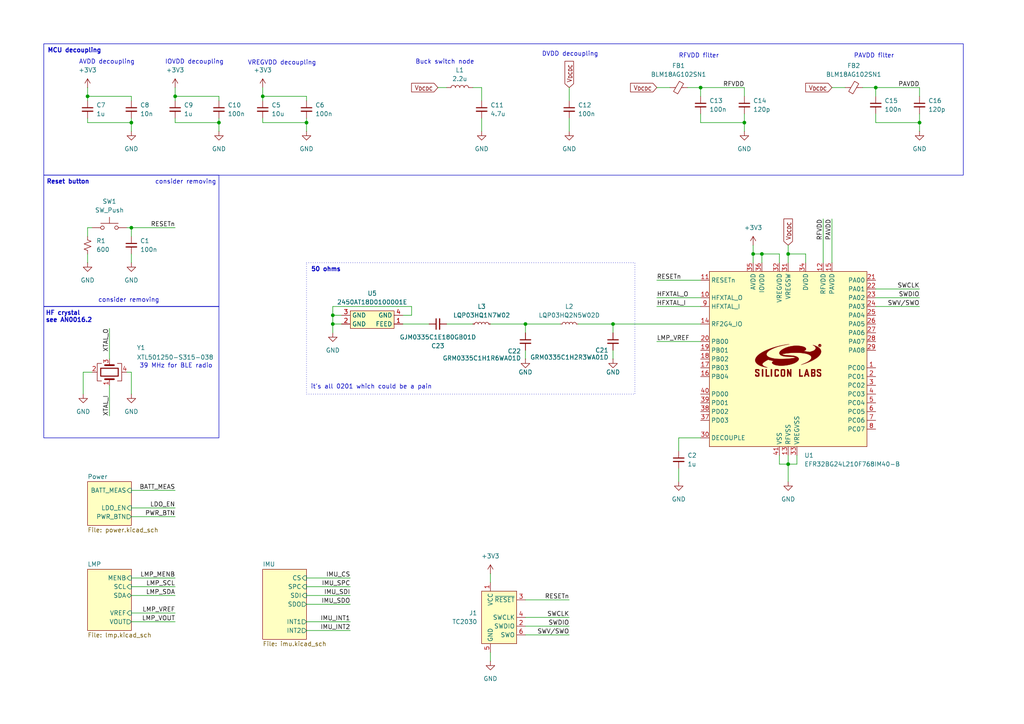
<source format=kicad_sch>
(kicad_sch (version 20250114) (generator "eeschema") (generator_version "9.0")
  (paper "A4")
  (lib_symbols
    (symbol "Connector:Conn_ARM_SWD_TagConnect_TC2030" (in_bom no)
      (property "Reference" "J" (at 2.54 11.43 0))
      (property "Value" "Conn_ARM_SWD_TagConnect_TC2030" (at 5.08 8.89 0))
      (symbol "Conn_ARM_SWD_TagConnect_TC2030_0_0"
        (pin power_in line (at -2.54 10.16 270) (length 2.54) (name "VCC") (number "1"))
        (pin power_in line (at -2.54 -10.16 90) (length 2.54) (name "GND") (number "5"))
        (pin open_collector line (at 7.62 5.08 180) (length 2.54) (name "~{RESET}") (number "3"))
        (pin output line (at 7.62 0 180) (length 2.54) (name "SWCLK") (number "4"))
        (pin bidirectional line (at 7.62 -2.54 180) (length 2.54) (name "SWDIO") (number "2"))
        (pin input line (at 7.62 -5.08 180) (length 2.54) (name "SWO") (number "6"))
      )
    )
    (symbol "Device:C_Small" (pin_numbers (hide yes)) (pin_names (offset 0.254) (hide yes))
      (property "Reference" "C" (at 0.254 1.778 0))
      (property "Value" "C_Small" (at 0.254 -2.032 0))
      (symbol "C_Small_1_1"
        (pin passive line (at 0 2.54 270) (length 2.032) (name "~") (number "1"))
        (pin passive line (at 0 -2.54 90) (length 2.032) (name "~") (number "2"))
      )
    )
    (symbol "Device:Crystal_GND24" (pin_names (offset 1.016) (hide yes))
      (property "Reference" "Y" (at 3.175 5.08 0))
      (property "Value" "Crystal_GND24" (at 3.175 3.175 0))
      (symbol "Crystal_GND24_1_1"
        (pin passive line (at -3.81 0 0) (length 1.27) (name "1") (number "1"))
        (pin passive line (at 0 5.08 270) (length 1.27) (name "2") (number "2"))
        (pin passive line (at 0 -5.08 90) (length 1.27) (name "4") (number "4"))
        (pin passive line (at 3.81 0 180) (length 1.27) (name "3") (number "3"))
      )
    )
    (symbol "Device:FerriteBead_Small" (pin_numbers (hide yes)) (pin_names (offset 0))
      (property "Reference" "FB" (at 1.905 1.27 0))
      (property "Value" "FerriteBead_Small" (at 1.905 -1.27 0))
      (symbol "FerriteBead_Small_1_1"
        (pin passive line (at 0 2.54 270) (length 1.27) (name "~") (number "1"))
        (pin passive line (at 0 -2.54 90) (length 1.27) (name "~") (number "2"))
      )
    )
    (symbol "Device:L" (pin_numbers (hide yes)) (pin_names (offset 1.016) (hide yes))
      (property "Reference" "L" (at -1.27 0 90))
      (property "Value" "L" (at 1.905 0 90))
      (symbol "L_1_1"
        (pin passive line (at 0 3.81 270) (length 1.27) (name "1") (number "1"))
        (pin passive line (at 0 -3.81 90) (length 1.27) (name "2") (number "2"))
      )
    )
    (symbol "Device:L_Small" (pin_numbers (hide yes)) (pin_names (offset 0.254) (hide yes))
      (property "Reference" "L" (at 0.762 1.016 0))
      (property "Value" "L_Small" (at 0.762 -1.016 0))
      (symbol "L_Small_1_1"
        (pin passive line (at 0 2.54 270) (length 0.508) (name "~") (number "1"))
        (pin passive line (at 0 -2.54 90) (length 0.508) (name "~") (number "2"))
      )
    )
    (symbol "Device:R_Small_US" (pin_numbers (hide yes)) (pin_names (offset 0.254) (hide yes))
      (property "Reference" "R" (at 0.762 0.508 0))
      (property "Value" "R_Small_US" (at 0.762 -1.016 0))
      (symbol "R_Small_US_1_1"
        (pin passive line (at 0 2.54 270) (length 1.016) (name "~") (number "1"))
        (pin passive line (at 0 -2.54 90) (length 1.016) (name "~") (number "2"))
      )
    )
    (symbol "RF_Antenna_Johanson:Johanson_2450AT18D0100001E"
      (property "Reference" "U" (at 0 3.81 0))
      (property "Value" "2450AT18D0100001E" (at 0 1.27 0))
      (symbol "Johanson_2450AT18D0100001E_0_0"
        (pin unspecified line (at 8.89 -1.27 180) (length 2.54) (name "GND") (number "3"))
        (pin unspecified line (at 8.89 -3.81 180) (length 2.54) (name "GND") (number "2"))
      )
      (symbol "Johanson_2450AT18D0100001E_1_0"
        (pin unspecified line (at -8.89 -1.27 0) (length 2.54) (name "GND") (number "4"))
        (pin unspecified line (at -8.89 -3.81 0) (length 2.54) (name "FEED") (number "1"))
      )
    )
    (symbol "SiliconLabs:EFR32BG24L210F768IM40-B"
      (property "Reference" "U" (at -22.86 3.81 0))
      (property "Value" "EFR32BG24L210F768IM40-B" (at -22.86 1.27 0))
      (symbol "EFR32BG24L210F768IM40-B_0_0"
        (pin input line (at -25.4 -2.54 0) (length 2.54) (name "RESETn") (number "11"))
        (pin output line (at -25.4 -7.62 0) (length 2.54) (name "HFXTAL_O") (number "10"))
        (pin input line (at -25.4 -10.16 0) (length 2.54) (name "HFXTAL_I") (number "9"))
        (pin output line (at -25.4 -15.24 0) (length 2.54) (name "RF2G4_IO") (number "14"))
        (pin unspecified line (at -25.4 -20.32 0) (length 2.54) (name "PB00") (number "20"))
        (pin unspecified line (at -25.4 -22.86 0) (length 2.54) (name "PB01") (number "19"))
        (pin unspecified line (at -25.4 -25.4 0) (length 2.54) (name "PB02") (number "18"))
        (pin unspecified line (at -25.4 -27.94 0) (length 2.54) (name "PB03") (number "17"))
        (pin unspecified line (at -25.4 -30.48 0) (length 2.54) (name "PB04") (number "16"))
        (pin unspecified line (at -25.4 -35.56 0) (length 2.54) (name "PD00") (number "40"))
        (pin unspecified line (at -25.4 -38.1 0) (length 2.54) (name "PD01") (number "39"))
        (pin unspecified line (at -25.4 -40.64 0) (length 2.54) (name "PD02") (number "38"))
        (pin unspecified line (at -25.4 -43.18 0) (length 2.54) (name "PD03") (number "37"))
        (pin power_in line (at -25.4 -48.26 0) (length 2.54) (name "DECOUPLE") (number "30"))
        (pin power_in line (at -10.16 2.54 270) (length 2.54) (name "AVDD") (number "35"))
        (pin power_in line (at -7.62 2.54 270) (length 2.54) (name "IOVDD") (number "36"))
        (pin power_in line (at -2.54 2.54 270) (length 2.54) (name "VREGVDD") (number "32"))
        (pin power_in line (at -2.54 -53.34 90) (length 2.54) (name "VSS") (number "41"))
        (pin power_in line (at 0 2.54 270) (length 2.54) (name "VREGSW") (number "31"))
        (pin power_in line (at 0 -53.34 90) (length 2.54) (name "RFVSS") (number "13"))
        (pin power_in line (at 2.54 -53.34 90) (length 2.54) (name "VREGVSS") (number "33"))
        (pin power_in line (at 5.08 2.54 270) (length 2.54) (name "DVDD") (number "34"))
        (pin power_in line (at 10.16 2.54 270) (length 2.54) (name "RFVDD") (number "12"))
        (pin input line (at 12.7 2.54 270) (length 2.54) (name "PAVDD") (number "15"))
        (pin unspecified line (at 25.4 -2.54 180) (length 2.54) (name "PA00") (number "21"))
        (pin unspecified line (at 25.4 -5.08 180) (length 2.54) (name "PA01") (number "22"))
        (pin unspecified line (at 25.4 -7.62 180) (length 2.54) (name "PA02") (number "23"))
        (pin unspecified line (at 25.4 -10.16 180) (length 2.54) (name "PA03") (number "24"))
        (pin unspecified line (at 25.4 -12.7 180) (length 2.54) (name "PA04") (number "25"))
        (pin unspecified line (at 25.4 -15.24 180) (length 2.54) (name "PA05") (number "26"))
        (pin unspecified line (at 25.4 -17.78 180) (length 2.54) (name "PA06") (number "27"))
        (pin unspecified line (at 25.4 -20.32 180) (length 2.54) (name "PA07") (number "28"))
        (pin unspecified line (at 25.4 -22.86 180) (length 2.54) (name "PA08") (number "29"))
        (pin unspecified line (at 25.4 -27.94 180) (length 2.54) (name "PC00") (number "1"))
        (pin unspecified line (at 25.4 -30.48 180) (length 2.54) (name "PC01") (number "2"))
        (pin unspecified line (at 25.4 -33.02 180) (length 2.54) (name "PC02") (number "3"))
        (pin unspecified line (at 25.4 -35.56 180) (length 2.54) (name "PC03") (number "4"))
        (pin unspecified line (at 25.4 -38.1 180) (length 2.54) (name "PC04") (number "5"))
        (pin unspecified line (at 25.4 -40.64 180) (length 2.54) (name "PC05") (number "6"))
        (pin unspecified line (at 25.4 -43.18 180) (length 2.54) (name "PC06") (number "7"))
        (pin unspecified line (at 25.4 -45.72 180) (length 2.54) (name "PC07") (number "8"))
      )
    )
    (symbol "Switch:SW_Push" (pin_numbers (hide yes)) (pin_names (offset 1.016) (hide yes))
      (property "Reference" "SW" (at 1.27 2.54 0))
      (property "Value" "SW_Push" (at 0 -1.524 0))
      (symbol "SW_Push_0_1"
        (pin passive line (at -5.08 0 0) (length 2.54) (name "1") (number "1"))
        (pin passive line (at 5.08 0 180) (length 2.54) (name "2") (number "2"))
      )
    )
    (symbol "power:+3V3" (power) (pin_numbers (hide yes)) (pin_names (offset 0) (hide yes))
      (property "Value" "+3V3" (at 0 3.556 0))
      (symbol "+3V3_1_1"
        (pin power_in line (at 0 0 90) (length 0) (name "~") (number "1"))
      )
    )
    (symbol "power:GND" (power) (pin_numbers (hide yes)) (pin_names (offset 0) (hide yes))
      (property "Value" "GND" (at 0 -3.81 0))
      (symbol "GND_1_1"
        (pin power_in line (at 0 0 270) (length 0) (name "~") (number "1"))
      )
    )
  )
  (rectangle (start 12.7 88.9) (end 63.5 127))
  (rectangle (start 12.7 50.8) (end 63.5 88.9))
  (rectangle (start 12.7 12.7) (end 279.4 50.8))
  (rectangle (start 88.9 76.2) (end 184.15 114.3) (stroke (width 0) (type dot)))
  (text "PAVDD filter" (at 253.492 16.256 0) (effects (font (size 1.27 1.27))))
  (text "it's all 0201 which could be a pain" (at 107.696 112.268 0) (effects (font (size 1.27 1.27))))
  (text "Buck switch node" (at 129.032 18.034 0) (effects (font (size 1.27 1.27))))
  (text "HF crystal\nsee AN0016.2" (at 13.208 90.17 0) (effects (font (size 1.27 1.27) (thickness 0.254) (bold yes)) (justify left top)))
  (text "VREGVDD decoupling" (at 81.788 18.288 0) (effects (font (size 1.27 1.27))))
  (text "50 ohms" (at 90.17 77.47 0) (effects (font (size 1.27 1.27) (thickness 0.254) (bold yes)) (justify left top)))
  (text "consider removing" (at 37.338 87.122 0) (effects (font (size 1.27 1.27))))
  (text "RFVDD filter" (at 202.692 16.256 0) (effects (font (size 1.27 1.27))))
  (text "39 MHz for BLE radio" (at 51.054 106.172 0) (effects (font (size 1.27 1.27))))
  (text "DVDD decoupling" (at 165.354 15.748 0) (effects (font (size 1.27 1.27))))
  (text "Reset button" (at 13.462 52.07 0) (effects (font (size 1.27 1.27) (thickness 0.254) (bold yes)) (justify left top)))
  (text "consider removing" (at 53.848 52.832 0) (effects (font (size 1.27 1.27))))
  (text "AVDD decoupling" (at 30.988 18.034 0) (effects (font (size 1.27 1.27))))
  (text "IOVDD decoupling" (at 56.388 18.034 0) (effects (font (size 1.27 1.27))))
  (text "MCU decoupling" (at 21.59 14.732 0) (effects (font (size 1.27 1.27) (thickness 0.254) (bold yes))))
  (junction (at 203.2 25.4))
  (junction (at 220.98 73.66))
  (junction (at 96.52 93.98))
  (junction (at 266.7 35.56))
  (junction (at 50.8 27.94))
  (junction (at 88.9 35.56))
  (junction (at 215.9 35.56))
  (junction (at 96.52 91.44))
  (junction (at 38.1 35.56))
  (junction (at 63.5 35.56))
  (junction (at 218.44 73.66))
  (junction (at 76.2 27.94))
  (junction (at 228.6 73.66))
  (junction (at 38.1 66.04))
  (junction (at 152.4 93.98))
  (junction (at 177.8 93.98))
  (junction (at 228.6 134.62))
  (junction (at 25.4 27.94))
  (junction (at 254 25.4))
  (wire (pts (xy 228.6 73.66) (xy 228.6 76.2)))
  (wire (pts (xy 25.4 25.4) (xy 25.4 27.94)))
  (wire (pts (xy 142.24 166.37) (xy 142.24 168.91)))
  (wire (pts (xy 25.4 27.94) (xy 25.4 29.21)))
  (wire (pts (xy 96.52 93.98) (xy 99.06 93.98)))
  (wire (pts (xy 139.7 25.4) (xy 137.16 25.4)))
  (wire (pts (xy 228.6 139.7) (xy 228.6 134.62)))
  (wire (pts (xy 266.7 35.56) (xy 266.7 38.1)))
  (wire (pts (xy 152.4 184.15) (xy 165.1 184.15)))
  (wire (pts (xy 177.8 101.6) (xy 177.8 104.14)))
  (wire (pts (xy 226.06 134.62) (xy 226.06 132.08)))
  (wire (pts (xy 31.75 95.25) (xy 31.75 104.14)))
  (wire (pts (xy 231.14 132.08) (xy 231.14 134.62)))
  (wire (pts (xy 228.6 73.66) (xy 233.68 73.66)))
  (wire (pts (xy 228.6 132.08) (xy 228.6 134.62)))
  (wire (pts (xy 50.8 167.64) (xy 38.1 167.64)))
  (wire (pts (xy 177.8 93.98) (xy 177.8 96.52)))
  (wire (pts (xy 50.8 170.18) (xy 38.1 170.18)))
  (wire (pts (xy 226.06 73.66) (xy 226.06 76.2)))
  (wire (pts (xy 215.9 35.56) (xy 215.9 38.1)))
  (wire (pts (xy 215.9 33.02) (xy 215.9 35.56)))
  (wire (pts (xy 31.75 111.76) (xy 31.75 120.65)))
  (wire (pts (xy 129.54 93.98) (xy 137.16 93.98)))
  (wire (pts (xy 266.7 35.56) (xy 254 35.56)))
  (wire (pts (xy 50.8 35.56) (xy 63.5 35.56)))
  (wire (pts (xy 218.44 73.66) (xy 218.44 76.2)))
  (wire (pts (xy 88.9 35.56) (xy 88.9 34.29)))
  (wire (pts (xy 215.9 25.4) (xy 215.9 27.94)))
  (wire (pts (xy 25.4 66.04) (xy 26.67 66.04)))
  (wire (pts (xy 177.8 93.98) (xy 203.2 93.98)))
  (wire (pts (xy 38.1 149.86) (xy 50.8 149.86)))
  (wire (pts (xy 88.9 27.94) (xy 88.9 29.21)))
  (wire (pts (xy 218.44 73.66) (xy 220.98 73.66)))
  (wire (pts (xy 139.7 34.29) (xy 139.7 38.1)))
  (wire (pts (xy 101.6 182.88) (xy 88.9 182.88)))
  (wire (pts (xy 167.64 93.98) (xy 177.8 93.98)))
  (wire (pts (xy 254 25.4) (xy 266.7 25.4)))
  (wire (pts (xy 63.5 35.56) (xy 63.5 38.1)))
  (wire (pts (xy 38.1 147.32) (xy 50.8 147.32)))
  (wire (pts (xy 96.52 91.44) (xy 99.06 91.44)))
  (wire (pts (xy 96.52 93.98) (xy 96.52 91.44)))
  (wire (pts (xy 238.76 63.5) (xy 238.76 76.2)))
  (wire (pts (xy 101.6 180.34) (xy 88.9 180.34)))
  (wire (pts (xy 50.8 172.72) (xy 38.1 172.72)))
  (wire (pts (xy 165.1 34.29) (xy 165.1 38.1)))
  (wire (pts (xy 116.84 93.98) (xy 124.46 93.98)))
  (wire (pts (xy 50.8 34.29) (xy 50.8 35.56)))
  (wire (pts (xy 152.4 181.61) (xy 165.1 181.61)))
  (wire (pts (xy 25.4 68.58) (xy 25.4 66.04)))
  (wire (pts (xy 25.4 34.29) (xy 25.4 35.56)))
  (wire (pts (xy 50.8 27.94) (xy 63.5 27.94)))
  (wire (pts (xy 96.52 96.52) (xy 96.52 93.98)))
  (wire (pts (xy 196.85 130.81) (xy 196.85 127)))
  (wire (pts (xy 139.7 29.21) (xy 139.7 25.4)))
  (wire (pts (xy 76.2 25.4) (xy 76.2 27.94)))
  (wire (pts (xy 190.5 86.36) (xy 203.2 86.36)))
  (wire (pts (xy 88.9 35.56) (xy 88.9 38.1)))
  (wire (pts (xy 152.4 93.98) (xy 162.56 93.98)))
  (wire (pts (xy 119.38 88.9) (xy 96.52 88.9)))
  (wire (pts (xy 36.83 66.04) (xy 38.1 66.04)))
  (wire (pts (xy 142.24 189.23) (xy 142.24 191.77)))
  (wire (pts (xy 203.2 25.4) (xy 215.9 25.4)))
  (wire (pts (xy 203.2 35.56) (xy 203.2 33.02)))
  (wire (pts (xy 203.2 25.4) (xy 203.2 27.94)))
  (wire (pts (xy 76.2 35.56) (xy 88.9 35.56)))
  (wire (pts (xy 38.1 27.94) (xy 38.1 29.21)))
  (wire (pts (xy 152.4 93.98) (xy 152.4 96.52)))
  (wire (pts (xy 63.5 35.56) (xy 63.5 34.29)))
  (wire (pts (xy 190.5 88.9) (xy 203.2 88.9)))
  (wire (pts (xy 38.1 35.56) (xy 38.1 38.1)))
  (wire (pts (xy 190.5 81.28) (xy 203.2 81.28)))
  (wire (pts (xy 218.44 71.12) (xy 218.44 73.66)))
  (wire (pts (xy 25.4 73.66) (xy 25.4 76.2)))
  (wire (pts (xy 38.1 35.56) (xy 38.1 34.29)))
  (wire (pts (xy 96.52 88.9) (xy 96.52 91.44)))
  (wire (pts (xy 228.6 134.62) (xy 226.06 134.62)))
  (wire (pts (xy 36.83 107.95) (xy 38.1 107.95)))
  (wire (pts (xy 266.7 33.02) (xy 266.7 35.56)))
  (wire (pts (xy 50.8 25.4) (xy 50.8 27.94)))
  (wire (pts (xy 76.2 27.94) (xy 88.9 27.94)))
  (wire (pts (xy 220.98 73.66) (xy 226.06 73.66)))
  (wire (pts (xy 215.9 35.56) (xy 203.2 35.56)))
  (wire (pts (xy 152.4 179.07) (xy 165.1 179.07)))
  (wire (pts (xy 254 25.4) (xy 254 27.94)))
  (wire (pts (xy 101.6 172.72) (xy 88.9 172.72)))
  (wire (pts (xy 152.4 101.6) (xy 152.4 104.14)))
  (wire (pts (xy 25.4 35.56) (xy 38.1 35.56)))
  (wire (pts (xy 228.6 134.62) (xy 231.14 134.62)))
  (wire (pts (xy 38.1 66.04) (xy 38.1 68.58)))
  (wire (pts (xy 63.5 27.94) (xy 63.5 29.21)))
  (wire (pts (xy 196.85 135.89) (xy 196.85 139.7)))
  (wire (pts (xy 228.6 71.12) (xy 228.6 73.66)))
  (wire (pts (xy 266.7 25.4) (xy 266.7 27.94)))
  (wire (pts (xy 101.6 167.64) (xy 88.9 167.64)))
  (wire (pts (xy 50.8 180.34) (xy 38.1 180.34)))
  (wire (pts (xy 101.6 175.26) (xy 88.9 175.26)))
  (wire (pts (xy 38.1 142.24) (xy 50.8 142.24)))
  (wire (pts (xy 76.2 27.94) (xy 76.2 29.21)))
  (wire (pts (xy 50.8 27.94) (xy 50.8 29.21)))
  (wire (pts (xy 76.2 34.29) (xy 76.2 35.56)))
  (wire (pts (xy 50.8 177.8) (xy 38.1 177.8)))
  (wire (pts (xy 101.6 170.18) (xy 88.9 170.18)))
  (wire (pts (xy 190.5 99.06) (xy 203.2 99.06)))
  (wire (pts (xy 254 86.36) (xy 266.7 86.36)))
  (wire (pts (xy 254 83.82) (xy 266.7 83.82)))
  (wire (pts (xy 254 35.56) (xy 254 33.02)))
  (wire (pts (xy 220.98 73.66) (xy 220.98 76.2)))
  (wire (pts (xy 25.4 27.94) (xy 38.1 27.94)))
  (wire (pts (xy 119.38 91.44) (xy 116.84 91.44)))
  (wire (pts (xy 199.39 25.4) (xy 203.2 25.4)))
  (wire (pts (xy 196.85 127) (xy 203.2 127)))
  (wire (pts (xy 190.5 25.4) (xy 194.31 25.4)))
  (wire (pts (xy 38.1 107.95) (xy 38.1 114.3)))
  (wire (pts (xy 241.3 63.5) (xy 241.3 76.2)))
  (wire (pts (xy 24.13 107.95) (xy 26.67 107.95)))
  (wire (pts (xy 38.1 73.66) (xy 38.1 76.2)))
  (wire (pts (xy 119.38 91.44) (xy 119.38 88.9)))
  (wire (pts (xy 250.19 25.4) (xy 254 25.4)))
  (wire (pts (xy 142.24 93.98) (xy 152.4 93.98)))
  (wire (pts (xy 233.68 73.66) (xy 233.68 76.2)))
  (wire (pts (xy 152.4 173.99) (xy 165.1 173.99)))
  (wire (pts (xy 165.1 25.4) (xy 165.1 29.21)))
  (wire (pts (xy 127 25.4) (xy 129.54 25.4)))
  (wire (pts (xy 38.1 66.04) (xy 50.8 66.04)))
  (wire (pts (xy 241.3 25.4) (xy 245.11 25.4)))
  (wire (pts (xy 254 88.9) (xy 266.7 88.9)))
  (wire (pts (xy 24.13 107.95) (xy 24.13 114.3)))
  (label "RESETn" (at 190.5 81.28 0))
  (label "IMU_INT2" (at 101.6 182.88 180))
  (label "SWCLK" (at 266.7 83.82 180))
  (label "PAVDD" (at 241.3 63.5 270))
  (label "SWCLK" (at 165.1 179.07 180))
  (label "PWR_BTN" (at 50.8 149.86 180))
  (label "SWDIO" (at 165.1 181.61 180))
  (label "IMU_CS" (at 101.6 167.64 180))
  (label "PAVDD" (at 266.7 25.4 180))
  (label "RFVDD" (at 215.9 25.4 180))
  (label "RFVDD" (at 238.76 63.5 270))
  (label "LMP_MENB" (at 50.8 167.64 180))
  (label "RESETn" (at 50.8 66.04 180))
  (label "IMU_SDI" (at 101.6 172.72 180))
  (label "XTAL_O" (at 31.75 95.25 270))
  (label "LMP_SDA" (at 50.8 172.72 180))
  (label "RESETn" (at 165.1 173.99 180))
  (label "BATT_MEAS" (at 50.8 142.24 180))
  (label "LDO_EN" (at 50.8 147.32 180))
  (label "LMP_VREF" (at 190.5 99.06 0))
  (label "LMP_VREF" (at 50.8 177.8 180))
  (label "IMU_SPC" (at 101.6 170.18 180))
  (label "LMP_VOUT" (at 50.8 180.34 180))
  (label "HFXTAL_I" (at 190.5 88.9 0))
  (label "HFXTAL_O" (at 190.5 86.36 0))
  (label "XTAL_I" (at 31.75 120.65 90))
  (label "IMU_SDO" (at 101.6 175.26 180))
  (label "LMP_SCL" (at 50.8 170.18 180))
  (label "SWV{slash}SWO" (at 266.7 88.9 180))
  (label "IMU_INT1" (at 101.6 180.34 180))
  (label "SWDIO" (at 266.7 86.36 180))
  (label "SWV{slash}SWO" (at 165.1 184.15 180))
  (global_label "V_{DCDC}" (shape input) (at 241.3 25.4 180) (property "Intersheetrefs" "${INTERSHEET_REFS}" (effects (hide yes))))
  (global_label "V_{DCDC}" (shape input) (at 190.5 25.4 180) (property "Intersheetrefs" "${INTERSHEET_REFS}" (effects (hide yes))))
  (global_label "V_{DCDC}" (shape input) (at 228.6 71.12 90) (property "Intersheetrefs" "${INTERSHEET_REFS}" (effects (hide yes))))
  (global_label "V_{DCDC}" (shape input) (at 127 25.4 180) (property "Intersheetrefs" "${INTERSHEET_REFS}" (effects (hide yes))))
  (global_label "V_{DCDC}" (shape input) (at 165.1 25.4 90) (property "Intersheetrefs" "${INTERSHEET_REFS}" (effects (hide yes))))
  (symbol (lib_id "power:GND") (at 139.7 38.1 0) (unit 1)
    (property "Reference" "#PWR013" (effects (hide yes)))
    (property "Value" "GND" (at 139.7 43.18 0))
    (property "Description" "Power symbol creates a global label with name \"GND\" , ground" (effects (hide yes)))
  )
  (symbol (lib_id "Device:C_Small") (at 38.1 31.75 0) (unit 1)
    (property "Reference" "C8" (at 40.64 30.4862 0) (effects (justify left)))
    (property "Value" "10n" (at 40.64 33.0262 0) (effects (justify left)))
    (property "Description" "Unpolarized capacitor, small symbol" (effects (hide yes)))
  )
  (symbol (lib_id "Switch:SW_Push") (at 31.75 66.04 0) (unit 1)
    (property "Reference" "SW1" (at 31.75 58.42 0))
    (property "Value" "SW_Push" (at 31.75 60.96 0))
    (property "Description" "Push button switch, generic, two pins" (effects (hide yes)))
  )
  (symbol (lib_id "power:GND") (at 142.24 191.77 0) (unit 1)
    (property "Reference" "#PWR034" (effects (hide yes)))
    (property "Value" "GND" (at 142.24 196.85 0))
    (property "Description" "Power symbol creates a global label with name \"GND\" , ground" (effects (hide yes)))
  )
  (symbol (lib_id "power:GND") (at 96.52 96.52 0) (unit 1)
    (property "Reference" "#PWR042" (effects (hide yes)))
    (property "Value" "GND" (at 96.52 101.6 0))
    (property "Description" "Power symbol creates a global label with name \"GND\" , ground" (effects (hide yes)))
  )
  (symbol (lib_id "Device:C_Small") (at 127 93.98 90) (unit 1)
    (property "Reference" "C23" (at 127 100.33 90))
    (property "Value" "GJM0335C1E180GB01D" (at 127 97.79 90))
    (property "Description" "Unpolarized capacitor, small symbol" (effects (hide yes)))
  )
  (symbol (lib_id "power:+3V3") (at 142.24 166.37 0) (unit 1)
    (property "Reference" "#PWR035" (effects (hide yes)))
    (property "Value" "+3V3" (at 142.24 161.29 0))
    (property "Description" "Power symbol creates a global label with name \"+3V3\"" (effects (hide yes)))
  )
  (symbol (lib_id "power:GND") (at 152.4 104.14 0) (unit 1)
    (property "Reference" "#PWR040" (effects (hide yes)))
    (property "Value" "GND" (at 152.4 107.95 0))
    (property "Description" "Power symbol creates a global label with name \"GND\" , ground" (effects (hide yes)))
  )
  (symbol (lib_id "power:GND") (at 88.9 38.1 0) (unit 1)
    (property "Reference" "#PWR08" (effects (hide yes)))
    (property "Value" "GND" (at 88.9 43.18 0))
    (property "Description" "Power symbol creates a global label with name \"GND\" , ground" (effects (hide yes)))
  )
  (symbol (lib_id "Device:C_Small") (at 254 30.48 0) (unit 1)
    (property "Reference" "C15" (at 256.54 29.2162 0) (effects (justify left)))
    (property "Value" "100n" (at 256.54 31.7562 0) (effects (justify left)))
    (property "Description" "Unpolarized capacitor, small symbol" (effects (hide yes)))
  )
  (symbol (lib_id "power:GND") (at 228.6 139.7 0) (unit 1)
    (property "Reference" "#PWR01" (effects (hide yes)))
    (property "Value" "GND" (at 228.6 144.78 0))
    (property "Description" "Power symbol creates a global label with name \"GND\" , ground" (effects (hide yes)))
  )
  (symbol (lib_id "power:GND") (at 63.5 38.1 0) (unit 1)
    (property "Reference" "#PWR012" (effects (hide yes)))
    (property "Value" "GND" (at 63.5 43.18 0))
    (property "Description" "Power symbol creates a global label with name \"GND\" , ground" (effects (hide yes)))
  )
  (symbol (lib_id "Device:C_Small") (at 50.8 31.75 0) (unit 1)
    (property "Reference" "C9" (at 53.34 30.4862 0) (effects (justify left)))
    (property "Value" "1u" (at 53.34 33.0262 0) (effects (justify left)))
    (property "Description" "Unpolarized capacitor, small symbol" (effects (hide yes)))
  )
  (symbol (lib_id "power:GND") (at 196.85 139.7 0) (unit 1)
    (property "Reference" "#PWR04" (effects (hide yes)))
    (property "Value" "GND" (at 196.85 144.78 0))
    (property "Description" "Power symbol creates a global label with name \"GND\" , ground" (effects (hide yes)))
  )
  (symbol (lib_id "Device:C_Small") (at 63.5 31.75 0) (unit 1)
    (property "Reference" "C10" (at 66.04 30.4862 0) (effects (justify left)))
    (property "Value" "100n" (at 66.04 33.0262 0) (effects (justify left)))
    (property "Description" "Unpolarized capacitor, small symbol" (effects (hide yes)))
  )
  (symbol (lib_id "power:+3V3") (at 76.2 25.4 0) (unit 1)
    (property "Reference" "#PWR07" (effects (hide yes)))
    (property "Value" "+3V3" (at 76.2 20.32 0))
    (property "Description" "Power symbol creates a global label with name \"+3V3\"" (effects (hide yes)))
  )
  (symbol (lib_id "power:GND") (at 38.1 114.3 0) (mirror y) (unit 1)
    (property "Reference" "#PWR018" (effects (hide yes)))
    (property "Value" "GND" (at 38.1 119.38 0))
    (property "Description" "Power symbol creates a global label with name \"GND\" , ground" (effects (hide yes)))
  )
  (symbol (lib_id "Device:C_Small") (at 266.7 30.48 0) (unit 1)
    (property "Reference" "C16" (at 269.24 29.2162 0) (effects (justify left)))
    (property "Value" "120p" (at 269.24 31.7562 0) (effects (justify left)))
    (property "Description" "Unpolarized capacitor, small symbol" (effects (hide yes)))
  )
  (symbol (lib_id "power:GND") (at 177.8 104.14 0) (unit 1)
    (property "Reference" "#PWR041" (effects (hide yes)))
    (property "Value" "GND" (at 177.8 107.95 0))
    (property "Description" "Power symbol creates a global label with name \"GND\" , ground" (effects (hide yes)))
  )
  (symbol (lib_id "power:GND") (at 38.1 38.1 0) (unit 1)
    (property "Reference" "#PWR010" (effects (hide yes)))
    (property "Value" "GND" (at 38.1 43.18 0))
    (property "Description" "Power symbol creates a global label with name \"GND\" , ground" (effects (hide yes)))
  )
  (symbol (lib_id "Device:L_Small") (at 139.7 93.98 90) (unit 1)
    (property "Reference" "L3" (at 139.7 88.9 90))
    (property "Value" "LQP03HQ1N7W02" (at 139.7 91.44 90))
    (property "Description" "Inductor, small symbol" (effects (hide yes)))
  )
  (symbol (lib_id "Device:L_Small") (at 165.1 93.98 90) (unit 1)
    (property "Reference" "L2" (at 165.1 88.9 90))
    (property "Value" "LQP03HQ2N5W02D" (at 165.1 91.44 90))
    (property "Description" "Inductor, small symbol" (effects (hide yes)))
  )
  (symbol (lib_id "Device:C_Small") (at 88.9 31.75 0) (unit 1)
    (property "Reference" "C6" (at 91.44 30.4862 0) (effects (justify left)))
    (property "Value" "100n" (at 91.44 33.0262 0) (effects (justify left)))
    (property "Description" "Unpolarized capacitor, small symbol" (effects (hide yes)))
  )
  (symbol (lib_id "Device:FerriteBead_Small") (at 196.85 25.4 90) (unit 1)
    (property "Reference" "FB1" (at 196.8119 19.05 90))
    (property "Value" "BLM18AG102SN1" (at 196.8119 21.59 90))
    (property "Description" "Ferrite bead, small symbol" (effects (hide yes)))
  )
  (symbol (lib_id "Connector:Conn_ARM_SWD_TagConnect_TC2030") (at 144.78 179.07 0) (unit 1) (in_bom no)
    (property "Reference" "J1" (at 138.43 177.7999 0) (effects (justify right)))
    (property "Value" "TC2030" (at 138.43 180.3399 0) (effects (justify right)))
    (property "Footprint" "Connector:Tag-Connect_TC2030-IDC-NL_2x03_P1.27mm_Vertical" (effects (hide yes)))
    (property "Datasheet" "https://www.tag-connect.com/wp-content/uploads/bsk-pdf-manager/TC2030-CTX_1.pdf" (effects (hide yes)))
    (property "Description" "Tag-Connect ARM Cortex SWD JTAG connector, 6 pin" (effects (hide yes)))
  )
  (symbol (lib_id "Device:C_Small") (at 139.7 31.75 0) (unit 1)
    (property "Reference" "C11" (at 142.24 30.4862 0) (effects (justify left)))
    (property "Value" "4.7u" (at 142.24 33.0262 0) (effects (justify left)))
    (property "Description" "Unpolarized capacitor, small symbol" (effects (hide yes)))
  )
  (symbol (lib_id "Device:R_Small_US") (at 25.4 71.12 0) (unit 1)
    (property "Reference" "R1" (at 27.94 69.8499 0) (effects (justify left)))
    (property "Value" "600" (at 27.94 72.3899 0) (effects (justify left)))
    (property "Description" "Resistor, small US symbol" (effects (hide yes)))
  )
  (symbol (lib_id "Device:C_Small") (at 203.2 30.48 0) (unit 1)
    (property "Reference" "C13" (at 205.74 29.2162 0) (effects (justify left)))
    (property "Value" "100n" (at 205.74 31.7562 0) (effects (justify left)))
    (property "Description" "Unpolarized capacitor, small symbol" (effects (hide yes)))
  )
  (symbol (lib_id "power:+3V3") (at 218.44 71.12 0) (unit 1)
    (property "Reference" "#PWR015" (effects (hide yes)))
    (property "Value" "+3V3" (at 218.44 66.04 0))
    (property "Description" "Power symbol creates a global label with name \"+3V3\"" (effects (hide yes)))
  )
  (symbol (lib_id "Device:C_Small") (at 177.8 99.06 0) (unit 1)
    (property "Reference" "C21" (at 176.53 101.6 0) (effects (justify right)))
    (property "Value" "GRM0335C1H2R3WA01D" (at 176.53 103.632 0) (effects (justify right)))
    (property "Description" "Unpolarized capacitor, small symbol" (effects (hide yes)))
  )
  (symbol (lib_id "power:GND") (at 165.1 38.1 0) (unit 1)
    (property "Reference" "#PWR016" (effects (hide yes)))
    (property "Value" "GND" (at 165.1 43.18 0))
    (property "Description" "Power symbol creates a global label with name \"GND\" , ground" (effects (hide yes)))
  )
  (symbol (lib_id "Device:L") (at 133.35 25.4 90) (unit 1)
    (property "Reference" "L1" (at 133.35 20.32 90))
    (property "Value" "2.2u" (at 133.35 22.86 90))
    (property "Description" "Inductor" (effects (hide yes)))
  )
  (symbol (lib_id "Device:C_Small") (at 196.85 133.35 0) (unit 1)
    (property "Reference" "C2" (at 199.39 132.0862 0) (effects (justify left)))
    (property "Value" "1u" (at 199.39 134.6262 0) (effects (justify left)))
    (property "Description" "Unpolarized capacitor, small symbol" (effects (hide yes)))
  )
  (symbol (lib_id "Device:C_Small") (at 25.4 31.75 0) (unit 1)
    (property "Reference" "C7" (at 27.94 30.4862 0) (effects (justify left)))
    (property "Value" "1u" (at 27.94 33.0262 0) (effects (justify left)))
    (property "Description" "Unpolarized capacitor, small symbol" (effects (hide yes)))
  )
  (symbol (lib_id "Device:C_Small") (at 215.9 30.48 0) (unit 1)
    (property "Reference" "C14" (at 218.44 29.2162 0) (effects (justify left)))
    (property "Value" "120p" (at 218.44 31.7562 0) (effects (justify left)))
    (property "Description" "Unpolarized capacitor, small symbol" (effects (hide yes)))
  )
  (symbol (lib_id "power:GND") (at 215.9 38.1 0) (unit 1)
    (property "Reference" "#PWR014" (effects (hide yes)))
    (property "Value" "GND" (at 215.9 43.18 0))
    (property "Description" "Power symbol creates a global label with name \"GND\" , ground" (effects (hide yes)))
  )
  (symbol (lib_id "power:GND") (at 38.1 76.2 0) (unit 1)
    (property "Reference" "#PWR03" (effects (hide yes)))
    (property "Value" "GND" (at 38.1 81.28 0))
    (property "Description" "Power symbol creates a global label with name \"GND\" , ground" (effects (hide yes)))
  )
  (symbol (lib_id "Device:FerriteBead_Small") (at 247.65 25.4 90) (unit 1)
    (property "Reference" "FB2" (at 247.6119 19.05 90))
    (property "Value" "BLM18AG102SN1" (at 247.6119 21.59 90))
    (property "Description" "Ferrite bead, small symbol" (effects (hide yes)))
  )
  (symbol (lib_id "Device:C_Small") (at 76.2 31.75 0) (unit 1)
    (property "Reference" "C5" (at 78.74 30.4862 0) (effects (justify left)))
    (property "Value" "10u" (at 78.74 33.0262 0) (effects (justify left)))
    (property "Description" "Unpolarized capacitor, small symbol" (effects (hide yes)))
  )
  (symbol (lib_id "SiliconLabs:EFR32BG24L210F768IM40-B") (at 228.6 78.74 0) (unit 1)
    (property "Reference" "U1" (at 233.2833 132.08 0) (effects (justify left)))
    (property "Value" "EFR32BG24L210F768IM40-B" (at 233.2833 134.62 0) (effects (justify left)))
    (property "Footprint" "Package_DFN_QFN:QFN-40-1EP_5x5mm_P0.4mm_EP3.8x3.8mm" (effects (hide yes)))
    (property "Datasheet" "https://www.silabs.com/documents/public/data-sheets/efr32bg24l-datasheet.pdf" (effects (hide yes)))
    (property "Description" "32-bit ARM MCU with 2.4GHz Bluetooth RF functionality 10dBm 768KB FLASH 96KB RAM QFN-40" (effects (hide yes)))
  )
  (symbol (lib_id "Device:Crystal_GND24") (at 31.75 107.95 90) (unit 1)
    (property "Reference" "Y1" (at 40.894 100.838 90))
    (property "Value" "XTL501250-S315-038" (at 50.8 103.632 90))
    (property "Footprint" "Crystal:Crystal_SMD_2016-4Pin_2.0x1.6mm" (effects (hide yes)))
    (property "Datasheet" "https://mm.digikey.com/Volume0/opasdata/d220001/medias/docus/5491/XTL50.pdf" (effects (hide yes)))
    (property "Description" "Four pin crystal, GND on pins 2 and 4" (effects (hide yes)))
  )
  (symbol (lib_id "power:+3V3") (at 25.4 25.4 0) (unit 1)
    (property "Reference" "#PWR09" (effects (hide yes)))
    (property "Value" "+3V3" (at 25.4 20.32 0))
    (property "Description" "Power symbol creates a global label with name \"+3V3\"" (effects (hide yes)))
  )
  (symbol (lib_id "Device:C_Small") (at 165.1 31.75 0) (unit 1)
    (property "Reference" "C12" (at 167.64 30.4862 0) (effects (justify left)))
    (property "Value" "100n" (at 167.64 33.0262 0) (effects (justify left)))
    (property "Description" "Unpolarized capacitor, small symbol" (effects (hide yes)))
  )
  (symbol (lib_id "power:GND") (at 266.7 38.1 0) (unit 1)
    (property "Reference" "#PWR017" (effects (hide yes)))
    (property "Value" "GND" (at 266.7 43.18 0))
    (property "Description" "Power symbol creates a global label with name \"GND\" , ground" (effects (hide yes)))
  )
  (symbol (lib_id "power:+3V3") (at 50.8 25.4 0) (unit 1)
    (property "Reference" "#PWR011" (effects (hide yes)))
    (property "Value" "+3V3" (at 50.8 20.32 0))
    (property "Description" "Power symbol creates a global label with name \"+3V3\"" (effects (hide yes)))
  )
  (symbol (lib_id "Device:C_Small") (at 38.1 71.12 0) (unit 1)
    (property "Reference" "C1" (at 40.64 69.8562 0) (effects (justify left)))
    (property "Value" "100n" (at 40.64 72.3962 0) (effects (justify left)))
    (property "Description" "Unpolarized capacitor, small symbol" (effects (hide yes)))
  )
  (symbol (lib_id "RF_Antenna_Johanson:Johanson_2450AT18D0100001E") (at 107.95 90.17 0) (mirror y) (unit 1)
    (property "Reference" "U5" (at 107.95 85.09 0))
    (property "Value" "2450AT18D0100001E" (at 107.95 87.63 0))
    (property "Footprint" "RF_Antenna_Johanson:Johanson_2450AT18D0100001E" (effects (hide yes)))
    (property "Datasheet" "https://www.johansontechnology.com/docs/967/2450AT18D0100001E_PLLZ5ar.pdf" (effects (hide yes)))
    (property "Description" "RF Antenna 2.4GHz Bluetooth, Wifi, ZigBee, Chip" (effects (hide yes)))
  )
  (symbol (lib_id "power:GND") (at 24.13 114.3 0) (unit 1)
    (property "Reference" "#PWR05" (effects (hide yes)))
    (property "Value" "GND" (at 24.13 119.38 0))
    (property "Description" "Power symbol creates a global label with name \"GND\" , ground" (effects (hide yes)))
  )
  (symbol (lib_id "Device:C_Small") (at 152.4 99.06 0) (mirror y) (unit 1)
    (property "Reference" "C22" (at 151.13 101.854 0) (effects (justify left)))
    (property "Value" "GRM0335C1H1R6WA01D" (at 151.13 103.886 0) (effects (justify left)))
    (property "Description" "Unpolarized capacitor, small symbol" (effects (hide yes)))
  )
  (symbol (lib_id "power:GND") (at 25.4 76.2 0) (unit 1)
    (property "Reference" "#PWR02" (effects (hide yes)))
    (property "Value" "GND" (at 25.4 81.28 0))
    (property "Description" "Power symbol creates a global label with name \"GND\" , ground" (effects (hide yes)))
  )
  (sheet (at 25.4 165.1) (size 12.7 17.78) (stroke (width 0.1524)) (fill (color 255 255 194 1.0000))
    (property "Sheetname" "LMP" (at 25.4 164.3884 0) (effects (justify left bottom)))
    (property "Sheetfile" "lmp.kicad_sch" (at 25.4 183.4646 0) (effects (justify left top)))
    (pin "SCL" input (at 38.1 170.18 0))
    (pin "MENB" input (at 38.1 167.64 0))
    (pin "SDA" bidirectional (at 38.1 172.72 0))
    (pin "VREF" input (at 38.1 177.8 0))
    (pin "VOUT" output (at 38.1 180.34 0))
  )
  (sheet (at 25.4 139.7) (size 12.7 12.7) (stroke (width 0.1524)) (fill (color 255 255 194 1.0000))
    (property "Sheetname" "Power" (at 25.4 138.9884 0) (effects (justify left bottom)))
    (property "Sheetfile" "power.kicad_sch" (at 25.4 152.9846 0) (effects (justify left top)))
    (pin "LDO_EN" input (at 38.1 147.32 0))
    (pin "PWR_BTN" output (at 38.1 149.86 0))
    (pin "BATT_MEAS" input (at 38.1 142.24 0))
  )
  (sheet (at 76.2 165.1) (size 12.7 20.32) (stroke (width 0.1524)) (fill (color 255 255 194 1.0000))
    (property "Sheetname" "IMU" (at 76.2 164.3884 0) (effects (justify left bottom)))
    (property "Sheetfile" "imu.kicad_sch" (at 76.2 186.0046 0) (effects (justify left top)))
    (pin "CS" input (at 88.9 167.64 0))
    (pin "INT2" output (at 88.9 182.88 0))
    (pin "SDI" input (at 88.9 172.72 0))
    (pin "SDO" output (at 88.9 175.26 0))
    (pin "SPC" input (at 88.9 170.18 0))
    (pin "INT1" output (at 88.9 180.34 0))
  )
)
</source>
